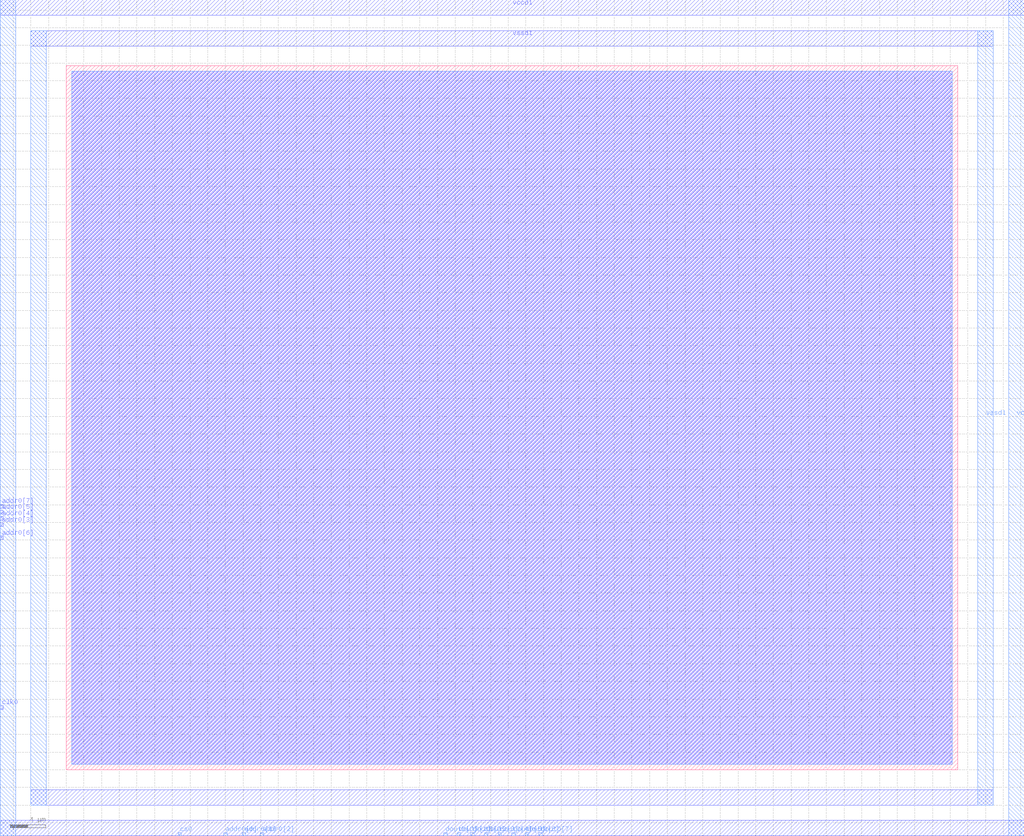
<source format=lef>
VERSION 5.4 ;
NAMESCASESENSITIVE ON ;
BUSBITCHARS "[]" ;
DIVIDERCHAR "/" ;
UNITS
  DATABASE MICRONS 2000 ;
END UNITS
MACRO sky130_rom_256
   CLASS BLOCK ;
   SIZE 100.87 BY 79.67 ;
   SYMMETRY X Y R90 ;
   PIN clk0
      DIRECTION INPUT ;
      PORT
         LAYER met3 ;
         RECT  -7.48 6.86 -7.1 7.24 ;
      END
   END clk0
   PIN cs0
      DIRECTION INPUT ;
      PORT
         LAYER met4 ;
         RECT  12.645 -7.48 13.025 -7.1 ;
      END
   END cs0
   PIN addr0[0]
      DIRECTION INPUT ;
      PORT
         LAYER met4 ;
         RECT  17.825 -7.48 18.205 -7.1 ;
      END
   END addr0[0]
   PIN addr0[1]
      DIRECTION INPUT ;
      PORT
         LAYER met4 ;
         RECT  19.93 -7.48 20.31 -7.1 ;
      END
   END addr0[1]
   PIN addr0[2]
      DIRECTION INPUT ;
      PORT
         LAYER met4 ;
         RECT  21.97 -7.48 22.35 -7.1 ;
      END
   END addr0[2]
   PIN addr0[3]
      DIRECTION INPUT ;
      PORT
         LAYER met3 ;
         RECT  -7.48 27.54 -7.1 27.92 ;
      END
   END addr0[3]
   PIN addr0[4]
      DIRECTION INPUT ;
      PORT
         LAYER met3 ;
         RECT  -7.48 28.285 -7.1 28.665 ;
      END
   END addr0[4]
   PIN addr0[5]
      DIRECTION INPUT ;
      PORT
         LAYER met3 ;
         RECT  -7.48 28.975 -7.1 29.355 ;
      END
   END addr0[5]
   PIN addr0[6]
      DIRECTION INPUT ;
      PORT
         LAYER met3 ;
         RECT  -7.48 26.07 -7.1 26.45 ;
      END
   END addr0[6]
   PIN addr0[7]
      DIRECTION INPUT ;
      PORT
         LAYER met3 ;
         RECT  -7.48 29.665 -7.1 30.045 ;
      END
   END addr0[7]
   PIN dout0[0]
      DIRECTION OUTPUT ;
      PORT
         LAYER met4 ;
         RECT  42.695 -7.48 43.075 -7.1 ;
      END
   END dout0[0]
   PIN dout0[1]
      DIRECTION OUTPUT ;
      PORT
         LAYER met4 ;
         RECT  44.235 -7.48 44.615 -7.1 ;
      END
   END dout0[1]
   PIN dout0[2]
      DIRECTION OUTPUT ;
      PORT
         LAYER met4 ;
         RECT  45.775 -7.48 46.155 -7.1 ;
      END
   END dout0[2]
   PIN dout0[3]
      DIRECTION OUTPUT ;
      PORT
         LAYER met4 ;
         RECT  47.315 -7.48 47.695 -7.1 ;
      END
   END dout0[3]
   PIN dout0[4]
      DIRECTION OUTPUT ;
      PORT
         LAYER met4 ;
         RECT  48.855 -7.48 49.235 -7.1 ;
      END
   END dout0[4]
   PIN dout0[5]
      DIRECTION OUTPUT ;
      PORT
         LAYER met4 ;
         RECT  50.395 -7.48 50.775 -7.1 ;
      END
   END dout0[5]
   PIN dout0[6]
      DIRECTION OUTPUT ;
      PORT
         LAYER met4 ;
         RECT  51.935 -7.48 52.315 -7.1 ;
      END
   END dout0[6]
   PIN dout0[7]
      DIRECTION OUTPUT ;
      PORT
         LAYER met4 ;
         RECT  53.475 -7.48 53.855 -7.1 ;
      END
   END dout0[7]
   PIN vccd1
      DIRECTION INOUT ;
      USE POWER ; 
      SHAPE ABUTMENT ; 
      PORT
         LAYER met3 ;
         RECT  -7.48 -7.48 108.35 -5.74 ;
         LAYER met3 ;
         RECT  -7.48 85.41 108.35 87.15 ;
         LAYER met4 ;
         RECT  -7.48 -7.48 -5.74 87.15 ;
         LAYER met4 ;
         RECT  106.61 -7.48 108.35 87.15 ;
      END
   END vccd1
   PIN vssd1
      DIRECTION INOUT ;
      USE GROUND ; 
      SHAPE ABUTMENT ; 
      PORT
         LAYER met4 ;
         RECT  -4.0 -4.0 -2.26 83.67 ;
         LAYER met3 ;
         RECT  -4.0 -4.0 104.87 -2.26 ;
         LAYER met3 ;
         RECT  -4.0 81.93 104.87 83.67 ;
         LAYER met4 ;
         RECT  103.13 -4.0 104.87 83.67 ;
      END
   END vssd1
   OBS
   LAYER  met1 ;
      RECT  0.62 0.62 100.25 79.05 ;
   LAYER  met2 ;
      RECT  0.62 0.62 100.25 79.05 ;
   LAYER  met3 ;
      RECT  0.62 0.62 100.25 79.05 ;
   LAYER  met4 ;
      RECT  0.62 0.62 100.25 79.05 ;
   END
END    sky130_rom_256
END    LIBRARY

</source>
